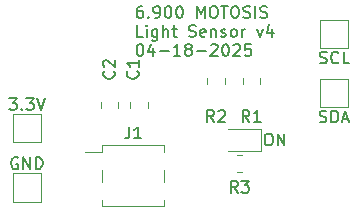
<source format=gbr>
%TF.GenerationSoftware,KiCad,Pcbnew,8.0.8*%
%TF.CreationDate,2025-04-18T18:27:36-04:00*%
%TF.ProjectId,VEML7700-TR,56454d4c-3737-4303-902d-54522e6b6963,rev?*%
%TF.SameCoordinates,Original*%
%TF.FileFunction,Legend,Top*%
%TF.FilePolarity,Positive*%
%FSLAX46Y46*%
G04 Gerber Fmt 4.6, Leading zero omitted, Abs format (unit mm)*
G04 Created by KiCad (PCBNEW 8.0.8) date 2025-04-18 18:27:36*
%MOMM*%
%LPD*%
G01*
G04 APERTURE LIST*
%ADD10C,0.150000*%
%ADD11C,0.120000*%
G04 APERTURE END LIST*
D10*
X138765350Y-113649931D02*
X138574874Y-113649931D01*
X138574874Y-113649931D02*
X138479636Y-113697550D01*
X138479636Y-113697550D02*
X138432017Y-113745169D01*
X138432017Y-113745169D02*
X138336779Y-113888026D01*
X138336779Y-113888026D02*
X138289160Y-114078502D01*
X138289160Y-114078502D02*
X138289160Y-114459454D01*
X138289160Y-114459454D02*
X138336779Y-114554692D01*
X138336779Y-114554692D02*
X138384398Y-114602312D01*
X138384398Y-114602312D02*
X138479636Y-114649931D01*
X138479636Y-114649931D02*
X138670112Y-114649931D01*
X138670112Y-114649931D02*
X138765350Y-114602312D01*
X138765350Y-114602312D02*
X138812969Y-114554692D01*
X138812969Y-114554692D02*
X138860588Y-114459454D01*
X138860588Y-114459454D02*
X138860588Y-114221359D01*
X138860588Y-114221359D02*
X138812969Y-114126121D01*
X138812969Y-114126121D02*
X138765350Y-114078502D01*
X138765350Y-114078502D02*
X138670112Y-114030883D01*
X138670112Y-114030883D02*
X138479636Y-114030883D01*
X138479636Y-114030883D02*
X138384398Y-114078502D01*
X138384398Y-114078502D02*
X138336779Y-114126121D01*
X138336779Y-114126121D02*
X138289160Y-114221359D01*
X139289160Y-114554692D02*
X139336779Y-114602312D01*
X139336779Y-114602312D02*
X139289160Y-114649931D01*
X139289160Y-114649931D02*
X139241541Y-114602312D01*
X139241541Y-114602312D02*
X139289160Y-114554692D01*
X139289160Y-114554692D02*
X139289160Y-114649931D01*
X139812969Y-114649931D02*
X140003445Y-114649931D01*
X140003445Y-114649931D02*
X140098683Y-114602312D01*
X140098683Y-114602312D02*
X140146302Y-114554692D01*
X140146302Y-114554692D02*
X140241540Y-114411835D01*
X140241540Y-114411835D02*
X140289159Y-114221359D01*
X140289159Y-114221359D02*
X140289159Y-113840407D01*
X140289159Y-113840407D02*
X140241540Y-113745169D01*
X140241540Y-113745169D02*
X140193921Y-113697550D01*
X140193921Y-113697550D02*
X140098683Y-113649931D01*
X140098683Y-113649931D02*
X139908207Y-113649931D01*
X139908207Y-113649931D02*
X139812969Y-113697550D01*
X139812969Y-113697550D02*
X139765350Y-113745169D01*
X139765350Y-113745169D02*
X139717731Y-113840407D01*
X139717731Y-113840407D02*
X139717731Y-114078502D01*
X139717731Y-114078502D02*
X139765350Y-114173740D01*
X139765350Y-114173740D02*
X139812969Y-114221359D01*
X139812969Y-114221359D02*
X139908207Y-114268978D01*
X139908207Y-114268978D02*
X140098683Y-114268978D01*
X140098683Y-114268978D02*
X140193921Y-114221359D01*
X140193921Y-114221359D02*
X140241540Y-114173740D01*
X140241540Y-114173740D02*
X140289159Y-114078502D01*
X140908207Y-113649931D02*
X141003445Y-113649931D01*
X141003445Y-113649931D02*
X141098683Y-113697550D01*
X141098683Y-113697550D02*
X141146302Y-113745169D01*
X141146302Y-113745169D02*
X141193921Y-113840407D01*
X141193921Y-113840407D02*
X141241540Y-114030883D01*
X141241540Y-114030883D02*
X141241540Y-114268978D01*
X141241540Y-114268978D02*
X141193921Y-114459454D01*
X141193921Y-114459454D02*
X141146302Y-114554692D01*
X141146302Y-114554692D02*
X141098683Y-114602312D01*
X141098683Y-114602312D02*
X141003445Y-114649931D01*
X141003445Y-114649931D02*
X140908207Y-114649931D01*
X140908207Y-114649931D02*
X140812969Y-114602312D01*
X140812969Y-114602312D02*
X140765350Y-114554692D01*
X140765350Y-114554692D02*
X140717731Y-114459454D01*
X140717731Y-114459454D02*
X140670112Y-114268978D01*
X140670112Y-114268978D02*
X140670112Y-114030883D01*
X140670112Y-114030883D02*
X140717731Y-113840407D01*
X140717731Y-113840407D02*
X140765350Y-113745169D01*
X140765350Y-113745169D02*
X140812969Y-113697550D01*
X140812969Y-113697550D02*
X140908207Y-113649931D01*
X141860588Y-113649931D02*
X141955826Y-113649931D01*
X141955826Y-113649931D02*
X142051064Y-113697550D01*
X142051064Y-113697550D02*
X142098683Y-113745169D01*
X142098683Y-113745169D02*
X142146302Y-113840407D01*
X142146302Y-113840407D02*
X142193921Y-114030883D01*
X142193921Y-114030883D02*
X142193921Y-114268978D01*
X142193921Y-114268978D02*
X142146302Y-114459454D01*
X142146302Y-114459454D02*
X142098683Y-114554692D01*
X142098683Y-114554692D02*
X142051064Y-114602312D01*
X142051064Y-114602312D02*
X141955826Y-114649931D01*
X141955826Y-114649931D02*
X141860588Y-114649931D01*
X141860588Y-114649931D02*
X141765350Y-114602312D01*
X141765350Y-114602312D02*
X141717731Y-114554692D01*
X141717731Y-114554692D02*
X141670112Y-114459454D01*
X141670112Y-114459454D02*
X141622493Y-114268978D01*
X141622493Y-114268978D02*
X141622493Y-114030883D01*
X141622493Y-114030883D02*
X141670112Y-113840407D01*
X141670112Y-113840407D02*
X141717731Y-113745169D01*
X141717731Y-113745169D02*
X141765350Y-113697550D01*
X141765350Y-113697550D02*
X141860588Y-113649931D01*
X143384398Y-114649931D02*
X143384398Y-113649931D01*
X143384398Y-113649931D02*
X143717731Y-114364216D01*
X143717731Y-114364216D02*
X144051064Y-113649931D01*
X144051064Y-113649931D02*
X144051064Y-114649931D01*
X144717731Y-113649931D02*
X144908207Y-113649931D01*
X144908207Y-113649931D02*
X145003445Y-113697550D01*
X145003445Y-113697550D02*
X145098683Y-113792788D01*
X145098683Y-113792788D02*
X145146302Y-113983264D01*
X145146302Y-113983264D02*
X145146302Y-114316597D01*
X145146302Y-114316597D02*
X145098683Y-114507073D01*
X145098683Y-114507073D02*
X145003445Y-114602312D01*
X145003445Y-114602312D02*
X144908207Y-114649931D01*
X144908207Y-114649931D02*
X144717731Y-114649931D01*
X144717731Y-114649931D02*
X144622493Y-114602312D01*
X144622493Y-114602312D02*
X144527255Y-114507073D01*
X144527255Y-114507073D02*
X144479636Y-114316597D01*
X144479636Y-114316597D02*
X144479636Y-113983264D01*
X144479636Y-113983264D02*
X144527255Y-113792788D01*
X144527255Y-113792788D02*
X144622493Y-113697550D01*
X144622493Y-113697550D02*
X144717731Y-113649931D01*
X145432017Y-113649931D02*
X146003445Y-113649931D01*
X145717731Y-114649931D02*
X145717731Y-113649931D01*
X146527255Y-113649931D02*
X146717731Y-113649931D01*
X146717731Y-113649931D02*
X146812969Y-113697550D01*
X146812969Y-113697550D02*
X146908207Y-113792788D01*
X146908207Y-113792788D02*
X146955826Y-113983264D01*
X146955826Y-113983264D02*
X146955826Y-114316597D01*
X146955826Y-114316597D02*
X146908207Y-114507073D01*
X146908207Y-114507073D02*
X146812969Y-114602312D01*
X146812969Y-114602312D02*
X146717731Y-114649931D01*
X146717731Y-114649931D02*
X146527255Y-114649931D01*
X146527255Y-114649931D02*
X146432017Y-114602312D01*
X146432017Y-114602312D02*
X146336779Y-114507073D01*
X146336779Y-114507073D02*
X146289160Y-114316597D01*
X146289160Y-114316597D02*
X146289160Y-113983264D01*
X146289160Y-113983264D02*
X146336779Y-113792788D01*
X146336779Y-113792788D02*
X146432017Y-113697550D01*
X146432017Y-113697550D02*
X146527255Y-113649931D01*
X147336779Y-114602312D02*
X147479636Y-114649931D01*
X147479636Y-114649931D02*
X147717731Y-114649931D01*
X147717731Y-114649931D02*
X147812969Y-114602312D01*
X147812969Y-114602312D02*
X147860588Y-114554692D01*
X147860588Y-114554692D02*
X147908207Y-114459454D01*
X147908207Y-114459454D02*
X147908207Y-114364216D01*
X147908207Y-114364216D02*
X147860588Y-114268978D01*
X147860588Y-114268978D02*
X147812969Y-114221359D01*
X147812969Y-114221359D02*
X147717731Y-114173740D01*
X147717731Y-114173740D02*
X147527255Y-114126121D01*
X147527255Y-114126121D02*
X147432017Y-114078502D01*
X147432017Y-114078502D02*
X147384398Y-114030883D01*
X147384398Y-114030883D02*
X147336779Y-113935645D01*
X147336779Y-113935645D02*
X147336779Y-113840407D01*
X147336779Y-113840407D02*
X147384398Y-113745169D01*
X147384398Y-113745169D02*
X147432017Y-113697550D01*
X147432017Y-113697550D02*
X147527255Y-113649931D01*
X147527255Y-113649931D02*
X147765350Y-113649931D01*
X147765350Y-113649931D02*
X147908207Y-113697550D01*
X148336779Y-114649931D02*
X148336779Y-113649931D01*
X148765350Y-114602312D02*
X148908207Y-114649931D01*
X148908207Y-114649931D02*
X149146302Y-114649931D01*
X149146302Y-114649931D02*
X149241540Y-114602312D01*
X149241540Y-114602312D02*
X149289159Y-114554692D01*
X149289159Y-114554692D02*
X149336778Y-114459454D01*
X149336778Y-114459454D02*
X149336778Y-114364216D01*
X149336778Y-114364216D02*
X149289159Y-114268978D01*
X149289159Y-114268978D02*
X149241540Y-114221359D01*
X149241540Y-114221359D02*
X149146302Y-114173740D01*
X149146302Y-114173740D02*
X148955826Y-114126121D01*
X148955826Y-114126121D02*
X148860588Y-114078502D01*
X148860588Y-114078502D02*
X148812969Y-114030883D01*
X148812969Y-114030883D02*
X148765350Y-113935645D01*
X148765350Y-113935645D02*
X148765350Y-113840407D01*
X148765350Y-113840407D02*
X148812969Y-113745169D01*
X148812969Y-113745169D02*
X148860588Y-113697550D01*
X148860588Y-113697550D02*
X148955826Y-113649931D01*
X148955826Y-113649931D02*
X149193921Y-113649931D01*
X149193921Y-113649931D02*
X149336778Y-113697550D01*
X138812969Y-116259875D02*
X138336779Y-116259875D01*
X138336779Y-116259875D02*
X138336779Y-115259875D01*
X139146303Y-116259875D02*
X139146303Y-115593208D01*
X139146303Y-115259875D02*
X139098684Y-115307494D01*
X139098684Y-115307494D02*
X139146303Y-115355113D01*
X139146303Y-115355113D02*
X139193922Y-115307494D01*
X139193922Y-115307494D02*
X139146303Y-115259875D01*
X139146303Y-115259875D02*
X139146303Y-115355113D01*
X140051064Y-115593208D02*
X140051064Y-116402732D01*
X140051064Y-116402732D02*
X140003445Y-116497970D01*
X140003445Y-116497970D02*
X139955826Y-116545589D01*
X139955826Y-116545589D02*
X139860588Y-116593208D01*
X139860588Y-116593208D02*
X139717731Y-116593208D01*
X139717731Y-116593208D02*
X139622493Y-116545589D01*
X140051064Y-116212256D02*
X139955826Y-116259875D01*
X139955826Y-116259875D02*
X139765350Y-116259875D01*
X139765350Y-116259875D02*
X139670112Y-116212256D01*
X139670112Y-116212256D02*
X139622493Y-116164636D01*
X139622493Y-116164636D02*
X139574874Y-116069398D01*
X139574874Y-116069398D02*
X139574874Y-115783684D01*
X139574874Y-115783684D02*
X139622493Y-115688446D01*
X139622493Y-115688446D02*
X139670112Y-115640827D01*
X139670112Y-115640827D02*
X139765350Y-115593208D01*
X139765350Y-115593208D02*
X139955826Y-115593208D01*
X139955826Y-115593208D02*
X140051064Y-115640827D01*
X140527255Y-116259875D02*
X140527255Y-115259875D01*
X140955826Y-116259875D02*
X140955826Y-115736065D01*
X140955826Y-115736065D02*
X140908207Y-115640827D01*
X140908207Y-115640827D02*
X140812969Y-115593208D01*
X140812969Y-115593208D02*
X140670112Y-115593208D01*
X140670112Y-115593208D02*
X140574874Y-115640827D01*
X140574874Y-115640827D02*
X140527255Y-115688446D01*
X141289160Y-115593208D02*
X141670112Y-115593208D01*
X141432017Y-115259875D02*
X141432017Y-116117017D01*
X141432017Y-116117017D02*
X141479636Y-116212256D01*
X141479636Y-116212256D02*
X141574874Y-116259875D01*
X141574874Y-116259875D02*
X141670112Y-116259875D01*
X142717732Y-116212256D02*
X142860589Y-116259875D01*
X142860589Y-116259875D02*
X143098684Y-116259875D01*
X143098684Y-116259875D02*
X143193922Y-116212256D01*
X143193922Y-116212256D02*
X143241541Y-116164636D01*
X143241541Y-116164636D02*
X143289160Y-116069398D01*
X143289160Y-116069398D02*
X143289160Y-115974160D01*
X143289160Y-115974160D02*
X143241541Y-115878922D01*
X143241541Y-115878922D02*
X143193922Y-115831303D01*
X143193922Y-115831303D02*
X143098684Y-115783684D01*
X143098684Y-115783684D02*
X142908208Y-115736065D01*
X142908208Y-115736065D02*
X142812970Y-115688446D01*
X142812970Y-115688446D02*
X142765351Y-115640827D01*
X142765351Y-115640827D02*
X142717732Y-115545589D01*
X142717732Y-115545589D02*
X142717732Y-115450351D01*
X142717732Y-115450351D02*
X142765351Y-115355113D01*
X142765351Y-115355113D02*
X142812970Y-115307494D01*
X142812970Y-115307494D02*
X142908208Y-115259875D01*
X142908208Y-115259875D02*
X143146303Y-115259875D01*
X143146303Y-115259875D02*
X143289160Y-115307494D01*
X144098684Y-116212256D02*
X144003446Y-116259875D01*
X144003446Y-116259875D02*
X143812970Y-116259875D01*
X143812970Y-116259875D02*
X143717732Y-116212256D01*
X143717732Y-116212256D02*
X143670113Y-116117017D01*
X143670113Y-116117017D02*
X143670113Y-115736065D01*
X143670113Y-115736065D02*
X143717732Y-115640827D01*
X143717732Y-115640827D02*
X143812970Y-115593208D01*
X143812970Y-115593208D02*
X144003446Y-115593208D01*
X144003446Y-115593208D02*
X144098684Y-115640827D01*
X144098684Y-115640827D02*
X144146303Y-115736065D01*
X144146303Y-115736065D02*
X144146303Y-115831303D01*
X144146303Y-115831303D02*
X143670113Y-115926541D01*
X144574875Y-115593208D02*
X144574875Y-116259875D01*
X144574875Y-115688446D02*
X144622494Y-115640827D01*
X144622494Y-115640827D02*
X144717732Y-115593208D01*
X144717732Y-115593208D02*
X144860589Y-115593208D01*
X144860589Y-115593208D02*
X144955827Y-115640827D01*
X144955827Y-115640827D02*
X145003446Y-115736065D01*
X145003446Y-115736065D02*
X145003446Y-116259875D01*
X145432018Y-116212256D02*
X145527256Y-116259875D01*
X145527256Y-116259875D02*
X145717732Y-116259875D01*
X145717732Y-116259875D02*
X145812970Y-116212256D01*
X145812970Y-116212256D02*
X145860589Y-116117017D01*
X145860589Y-116117017D02*
X145860589Y-116069398D01*
X145860589Y-116069398D02*
X145812970Y-115974160D01*
X145812970Y-115974160D02*
X145717732Y-115926541D01*
X145717732Y-115926541D02*
X145574875Y-115926541D01*
X145574875Y-115926541D02*
X145479637Y-115878922D01*
X145479637Y-115878922D02*
X145432018Y-115783684D01*
X145432018Y-115783684D02*
X145432018Y-115736065D01*
X145432018Y-115736065D02*
X145479637Y-115640827D01*
X145479637Y-115640827D02*
X145574875Y-115593208D01*
X145574875Y-115593208D02*
X145717732Y-115593208D01*
X145717732Y-115593208D02*
X145812970Y-115640827D01*
X146432018Y-116259875D02*
X146336780Y-116212256D01*
X146336780Y-116212256D02*
X146289161Y-116164636D01*
X146289161Y-116164636D02*
X146241542Y-116069398D01*
X146241542Y-116069398D02*
X146241542Y-115783684D01*
X146241542Y-115783684D02*
X146289161Y-115688446D01*
X146289161Y-115688446D02*
X146336780Y-115640827D01*
X146336780Y-115640827D02*
X146432018Y-115593208D01*
X146432018Y-115593208D02*
X146574875Y-115593208D01*
X146574875Y-115593208D02*
X146670113Y-115640827D01*
X146670113Y-115640827D02*
X146717732Y-115688446D01*
X146717732Y-115688446D02*
X146765351Y-115783684D01*
X146765351Y-115783684D02*
X146765351Y-116069398D01*
X146765351Y-116069398D02*
X146717732Y-116164636D01*
X146717732Y-116164636D02*
X146670113Y-116212256D01*
X146670113Y-116212256D02*
X146574875Y-116259875D01*
X146574875Y-116259875D02*
X146432018Y-116259875D01*
X147193923Y-116259875D02*
X147193923Y-115593208D01*
X147193923Y-115783684D02*
X147241542Y-115688446D01*
X147241542Y-115688446D02*
X147289161Y-115640827D01*
X147289161Y-115640827D02*
X147384399Y-115593208D01*
X147384399Y-115593208D02*
X147479637Y-115593208D01*
X148479638Y-115593208D02*
X148717733Y-116259875D01*
X148717733Y-116259875D02*
X148955828Y-115593208D01*
X149765352Y-115593208D02*
X149765352Y-116259875D01*
X149527257Y-115212256D02*
X149289162Y-115926541D01*
X149289162Y-115926541D02*
X149908209Y-115926541D01*
X138527255Y-116869819D02*
X138622493Y-116869819D01*
X138622493Y-116869819D02*
X138717731Y-116917438D01*
X138717731Y-116917438D02*
X138765350Y-116965057D01*
X138765350Y-116965057D02*
X138812969Y-117060295D01*
X138812969Y-117060295D02*
X138860588Y-117250771D01*
X138860588Y-117250771D02*
X138860588Y-117488866D01*
X138860588Y-117488866D02*
X138812969Y-117679342D01*
X138812969Y-117679342D02*
X138765350Y-117774580D01*
X138765350Y-117774580D02*
X138717731Y-117822200D01*
X138717731Y-117822200D02*
X138622493Y-117869819D01*
X138622493Y-117869819D02*
X138527255Y-117869819D01*
X138527255Y-117869819D02*
X138432017Y-117822200D01*
X138432017Y-117822200D02*
X138384398Y-117774580D01*
X138384398Y-117774580D02*
X138336779Y-117679342D01*
X138336779Y-117679342D02*
X138289160Y-117488866D01*
X138289160Y-117488866D02*
X138289160Y-117250771D01*
X138289160Y-117250771D02*
X138336779Y-117060295D01*
X138336779Y-117060295D02*
X138384398Y-116965057D01*
X138384398Y-116965057D02*
X138432017Y-116917438D01*
X138432017Y-116917438D02*
X138527255Y-116869819D01*
X139717731Y-117203152D02*
X139717731Y-117869819D01*
X139479636Y-116822200D02*
X139241541Y-117536485D01*
X139241541Y-117536485D02*
X139860588Y-117536485D01*
X140241541Y-117488866D02*
X141003446Y-117488866D01*
X142003445Y-117869819D02*
X141432017Y-117869819D01*
X141717731Y-117869819D02*
X141717731Y-116869819D01*
X141717731Y-116869819D02*
X141622493Y-117012676D01*
X141622493Y-117012676D02*
X141527255Y-117107914D01*
X141527255Y-117107914D02*
X141432017Y-117155533D01*
X142574874Y-117298390D02*
X142479636Y-117250771D01*
X142479636Y-117250771D02*
X142432017Y-117203152D01*
X142432017Y-117203152D02*
X142384398Y-117107914D01*
X142384398Y-117107914D02*
X142384398Y-117060295D01*
X142384398Y-117060295D02*
X142432017Y-116965057D01*
X142432017Y-116965057D02*
X142479636Y-116917438D01*
X142479636Y-116917438D02*
X142574874Y-116869819D01*
X142574874Y-116869819D02*
X142765350Y-116869819D01*
X142765350Y-116869819D02*
X142860588Y-116917438D01*
X142860588Y-116917438D02*
X142908207Y-116965057D01*
X142908207Y-116965057D02*
X142955826Y-117060295D01*
X142955826Y-117060295D02*
X142955826Y-117107914D01*
X142955826Y-117107914D02*
X142908207Y-117203152D01*
X142908207Y-117203152D02*
X142860588Y-117250771D01*
X142860588Y-117250771D02*
X142765350Y-117298390D01*
X142765350Y-117298390D02*
X142574874Y-117298390D01*
X142574874Y-117298390D02*
X142479636Y-117346009D01*
X142479636Y-117346009D02*
X142432017Y-117393628D01*
X142432017Y-117393628D02*
X142384398Y-117488866D01*
X142384398Y-117488866D02*
X142384398Y-117679342D01*
X142384398Y-117679342D02*
X142432017Y-117774580D01*
X142432017Y-117774580D02*
X142479636Y-117822200D01*
X142479636Y-117822200D02*
X142574874Y-117869819D01*
X142574874Y-117869819D02*
X142765350Y-117869819D01*
X142765350Y-117869819D02*
X142860588Y-117822200D01*
X142860588Y-117822200D02*
X142908207Y-117774580D01*
X142908207Y-117774580D02*
X142955826Y-117679342D01*
X142955826Y-117679342D02*
X142955826Y-117488866D01*
X142955826Y-117488866D02*
X142908207Y-117393628D01*
X142908207Y-117393628D02*
X142860588Y-117346009D01*
X142860588Y-117346009D02*
X142765350Y-117298390D01*
X143384398Y-117488866D02*
X144146303Y-117488866D01*
X144574874Y-116965057D02*
X144622493Y-116917438D01*
X144622493Y-116917438D02*
X144717731Y-116869819D01*
X144717731Y-116869819D02*
X144955826Y-116869819D01*
X144955826Y-116869819D02*
X145051064Y-116917438D01*
X145051064Y-116917438D02*
X145098683Y-116965057D01*
X145098683Y-116965057D02*
X145146302Y-117060295D01*
X145146302Y-117060295D02*
X145146302Y-117155533D01*
X145146302Y-117155533D02*
X145098683Y-117298390D01*
X145098683Y-117298390D02*
X144527255Y-117869819D01*
X144527255Y-117869819D02*
X145146302Y-117869819D01*
X145765350Y-116869819D02*
X145860588Y-116869819D01*
X145860588Y-116869819D02*
X145955826Y-116917438D01*
X145955826Y-116917438D02*
X146003445Y-116965057D01*
X146003445Y-116965057D02*
X146051064Y-117060295D01*
X146051064Y-117060295D02*
X146098683Y-117250771D01*
X146098683Y-117250771D02*
X146098683Y-117488866D01*
X146098683Y-117488866D02*
X146051064Y-117679342D01*
X146051064Y-117679342D02*
X146003445Y-117774580D01*
X146003445Y-117774580D02*
X145955826Y-117822200D01*
X145955826Y-117822200D02*
X145860588Y-117869819D01*
X145860588Y-117869819D02*
X145765350Y-117869819D01*
X145765350Y-117869819D02*
X145670112Y-117822200D01*
X145670112Y-117822200D02*
X145622493Y-117774580D01*
X145622493Y-117774580D02*
X145574874Y-117679342D01*
X145574874Y-117679342D02*
X145527255Y-117488866D01*
X145527255Y-117488866D02*
X145527255Y-117250771D01*
X145527255Y-117250771D02*
X145574874Y-117060295D01*
X145574874Y-117060295D02*
X145622493Y-116965057D01*
X145622493Y-116965057D02*
X145670112Y-116917438D01*
X145670112Y-116917438D02*
X145765350Y-116869819D01*
X146479636Y-116965057D02*
X146527255Y-116917438D01*
X146527255Y-116917438D02*
X146622493Y-116869819D01*
X146622493Y-116869819D02*
X146860588Y-116869819D01*
X146860588Y-116869819D02*
X146955826Y-116917438D01*
X146955826Y-116917438D02*
X147003445Y-116965057D01*
X147003445Y-116965057D02*
X147051064Y-117060295D01*
X147051064Y-117060295D02*
X147051064Y-117155533D01*
X147051064Y-117155533D02*
X147003445Y-117298390D01*
X147003445Y-117298390D02*
X146432017Y-117869819D01*
X146432017Y-117869819D02*
X147051064Y-117869819D01*
X147955826Y-116869819D02*
X147479636Y-116869819D01*
X147479636Y-116869819D02*
X147432017Y-117346009D01*
X147432017Y-117346009D02*
X147479636Y-117298390D01*
X147479636Y-117298390D02*
X147574874Y-117250771D01*
X147574874Y-117250771D02*
X147812969Y-117250771D01*
X147812969Y-117250771D02*
X147908207Y-117298390D01*
X147908207Y-117298390D02*
X147955826Y-117346009D01*
X147955826Y-117346009D02*
X148003445Y-117441247D01*
X148003445Y-117441247D02*
X148003445Y-117679342D01*
X148003445Y-117679342D02*
X147955826Y-117774580D01*
X147955826Y-117774580D02*
X147908207Y-117822200D01*
X147908207Y-117822200D02*
X147812969Y-117869819D01*
X147812969Y-117869819D02*
X147574874Y-117869819D01*
X147574874Y-117869819D02*
X147479636Y-117822200D01*
X147479636Y-117822200D02*
X147432017Y-117774580D01*
X146833333Y-129454819D02*
X146500000Y-128978628D01*
X146261905Y-129454819D02*
X146261905Y-128454819D01*
X146261905Y-128454819D02*
X146642857Y-128454819D01*
X146642857Y-128454819D02*
X146738095Y-128502438D01*
X146738095Y-128502438D02*
X146785714Y-128550057D01*
X146785714Y-128550057D02*
X146833333Y-128645295D01*
X146833333Y-128645295D02*
X146833333Y-128788152D01*
X146833333Y-128788152D02*
X146785714Y-128883390D01*
X146785714Y-128883390D02*
X146738095Y-128931009D01*
X146738095Y-128931009D02*
X146642857Y-128978628D01*
X146642857Y-128978628D02*
X146261905Y-128978628D01*
X147166667Y-128454819D02*
X147785714Y-128454819D01*
X147785714Y-128454819D02*
X147452381Y-128835771D01*
X147452381Y-128835771D02*
X147595238Y-128835771D01*
X147595238Y-128835771D02*
X147690476Y-128883390D01*
X147690476Y-128883390D02*
X147738095Y-128931009D01*
X147738095Y-128931009D02*
X147785714Y-129026247D01*
X147785714Y-129026247D02*
X147785714Y-129264342D01*
X147785714Y-129264342D02*
X147738095Y-129359580D01*
X147738095Y-129359580D02*
X147690476Y-129407200D01*
X147690476Y-129407200D02*
X147595238Y-129454819D01*
X147595238Y-129454819D02*
X147309524Y-129454819D01*
X147309524Y-129454819D02*
X147214286Y-129407200D01*
X147214286Y-129407200D02*
X147166667Y-129359580D01*
X149380952Y-124454819D02*
X149571428Y-124454819D01*
X149571428Y-124454819D02*
X149666666Y-124502438D01*
X149666666Y-124502438D02*
X149761904Y-124597676D01*
X149761904Y-124597676D02*
X149809523Y-124788152D01*
X149809523Y-124788152D02*
X149809523Y-125121485D01*
X149809523Y-125121485D02*
X149761904Y-125311961D01*
X149761904Y-125311961D02*
X149666666Y-125407200D01*
X149666666Y-125407200D02*
X149571428Y-125454819D01*
X149571428Y-125454819D02*
X149380952Y-125454819D01*
X149380952Y-125454819D02*
X149285714Y-125407200D01*
X149285714Y-125407200D02*
X149190476Y-125311961D01*
X149190476Y-125311961D02*
X149142857Y-125121485D01*
X149142857Y-125121485D02*
X149142857Y-124788152D01*
X149142857Y-124788152D02*
X149190476Y-124597676D01*
X149190476Y-124597676D02*
X149285714Y-124502438D01*
X149285714Y-124502438D02*
X149380952Y-124454819D01*
X150238095Y-125454819D02*
X150238095Y-124454819D01*
X150238095Y-124454819D02*
X150809523Y-125454819D01*
X150809523Y-125454819D02*
X150809523Y-124454819D01*
X138359580Y-119166666D02*
X138407200Y-119214285D01*
X138407200Y-119214285D02*
X138454819Y-119357142D01*
X138454819Y-119357142D02*
X138454819Y-119452380D01*
X138454819Y-119452380D02*
X138407200Y-119595237D01*
X138407200Y-119595237D02*
X138311961Y-119690475D01*
X138311961Y-119690475D02*
X138216723Y-119738094D01*
X138216723Y-119738094D02*
X138026247Y-119785713D01*
X138026247Y-119785713D02*
X137883390Y-119785713D01*
X137883390Y-119785713D02*
X137692914Y-119738094D01*
X137692914Y-119738094D02*
X137597676Y-119690475D01*
X137597676Y-119690475D02*
X137502438Y-119595237D01*
X137502438Y-119595237D02*
X137454819Y-119452380D01*
X137454819Y-119452380D02*
X137454819Y-119357142D01*
X137454819Y-119357142D02*
X137502438Y-119214285D01*
X137502438Y-119214285D02*
X137550057Y-119166666D01*
X138454819Y-118214285D02*
X138454819Y-118785713D01*
X138454819Y-118499999D02*
X137454819Y-118499999D01*
X137454819Y-118499999D02*
X137597676Y-118595237D01*
X137597676Y-118595237D02*
X137692914Y-118690475D01*
X137692914Y-118690475D02*
X137740533Y-118785713D01*
X137666666Y-123854819D02*
X137666666Y-124569104D01*
X137666666Y-124569104D02*
X137619047Y-124711961D01*
X137619047Y-124711961D02*
X137523809Y-124807200D01*
X137523809Y-124807200D02*
X137380952Y-124854819D01*
X137380952Y-124854819D02*
X137285714Y-124854819D01*
X138666666Y-124854819D02*
X138095238Y-124854819D01*
X138380952Y-124854819D02*
X138380952Y-123854819D01*
X138380952Y-123854819D02*
X138285714Y-123997676D01*
X138285714Y-123997676D02*
X138190476Y-124092914D01*
X138190476Y-124092914D02*
X138095238Y-124140533D01*
X147833333Y-123454819D02*
X147500000Y-122978628D01*
X147261905Y-123454819D02*
X147261905Y-122454819D01*
X147261905Y-122454819D02*
X147642857Y-122454819D01*
X147642857Y-122454819D02*
X147738095Y-122502438D01*
X147738095Y-122502438D02*
X147785714Y-122550057D01*
X147785714Y-122550057D02*
X147833333Y-122645295D01*
X147833333Y-122645295D02*
X147833333Y-122788152D01*
X147833333Y-122788152D02*
X147785714Y-122883390D01*
X147785714Y-122883390D02*
X147738095Y-122931009D01*
X147738095Y-122931009D02*
X147642857Y-122978628D01*
X147642857Y-122978628D02*
X147261905Y-122978628D01*
X148785714Y-123454819D02*
X148214286Y-123454819D01*
X148500000Y-123454819D02*
X148500000Y-122454819D01*
X148500000Y-122454819D02*
X148404762Y-122597676D01*
X148404762Y-122597676D02*
X148309524Y-122692914D01*
X148309524Y-122692914D02*
X148214286Y-122740533D01*
X144833333Y-123454819D02*
X144500000Y-122978628D01*
X144261905Y-123454819D02*
X144261905Y-122454819D01*
X144261905Y-122454819D02*
X144642857Y-122454819D01*
X144642857Y-122454819D02*
X144738095Y-122502438D01*
X144738095Y-122502438D02*
X144785714Y-122550057D01*
X144785714Y-122550057D02*
X144833333Y-122645295D01*
X144833333Y-122645295D02*
X144833333Y-122788152D01*
X144833333Y-122788152D02*
X144785714Y-122883390D01*
X144785714Y-122883390D02*
X144738095Y-122931009D01*
X144738095Y-122931009D02*
X144642857Y-122978628D01*
X144642857Y-122978628D02*
X144261905Y-122978628D01*
X145214286Y-122550057D02*
X145261905Y-122502438D01*
X145261905Y-122502438D02*
X145357143Y-122454819D01*
X145357143Y-122454819D02*
X145595238Y-122454819D01*
X145595238Y-122454819D02*
X145690476Y-122502438D01*
X145690476Y-122502438D02*
X145738095Y-122550057D01*
X145738095Y-122550057D02*
X145785714Y-122645295D01*
X145785714Y-122645295D02*
X145785714Y-122740533D01*
X145785714Y-122740533D02*
X145738095Y-122883390D01*
X145738095Y-122883390D02*
X145166667Y-123454819D01*
X145166667Y-123454819D02*
X145785714Y-123454819D01*
X153785714Y-123457200D02*
X153928571Y-123504819D01*
X153928571Y-123504819D02*
X154166666Y-123504819D01*
X154166666Y-123504819D02*
X154261904Y-123457200D01*
X154261904Y-123457200D02*
X154309523Y-123409580D01*
X154309523Y-123409580D02*
X154357142Y-123314342D01*
X154357142Y-123314342D02*
X154357142Y-123219104D01*
X154357142Y-123219104D02*
X154309523Y-123123866D01*
X154309523Y-123123866D02*
X154261904Y-123076247D01*
X154261904Y-123076247D02*
X154166666Y-123028628D01*
X154166666Y-123028628D02*
X153976190Y-122981009D01*
X153976190Y-122981009D02*
X153880952Y-122933390D01*
X153880952Y-122933390D02*
X153833333Y-122885771D01*
X153833333Y-122885771D02*
X153785714Y-122790533D01*
X153785714Y-122790533D02*
X153785714Y-122695295D01*
X153785714Y-122695295D02*
X153833333Y-122600057D01*
X153833333Y-122600057D02*
X153880952Y-122552438D01*
X153880952Y-122552438D02*
X153976190Y-122504819D01*
X153976190Y-122504819D02*
X154214285Y-122504819D01*
X154214285Y-122504819D02*
X154357142Y-122552438D01*
X154785714Y-123504819D02*
X154785714Y-122504819D01*
X154785714Y-122504819D02*
X155023809Y-122504819D01*
X155023809Y-122504819D02*
X155166666Y-122552438D01*
X155166666Y-122552438D02*
X155261904Y-122647676D01*
X155261904Y-122647676D02*
X155309523Y-122742914D01*
X155309523Y-122742914D02*
X155357142Y-122933390D01*
X155357142Y-122933390D02*
X155357142Y-123076247D01*
X155357142Y-123076247D02*
X155309523Y-123266723D01*
X155309523Y-123266723D02*
X155261904Y-123361961D01*
X155261904Y-123361961D02*
X155166666Y-123457200D01*
X155166666Y-123457200D02*
X155023809Y-123504819D01*
X155023809Y-123504819D02*
X154785714Y-123504819D01*
X155738095Y-123219104D02*
X156214285Y-123219104D01*
X155642857Y-123504819D02*
X155976190Y-122504819D01*
X155976190Y-122504819D02*
X156309523Y-123504819D01*
X127523810Y-121454819D02*
X128142857Y-121454819D01*
X128142857Y-121454819D02*
X127809524Y-121835771D01*
X127809524Y-121835771D02*
X127952381Y-121835771D01*
X127952381Y-121835771D02*
X128047619Y-121883390D01*
X128047619Y-121883390D02*
X128095238Y-121931009D01*
X128095238Y-121931009D02*
X128142857Y-122026247D01*
X128142857Y-122026247D02*
X128142857Y-122264342D01*
X128142857Y-122264342D02*
X128095238Y-122359580D01*
X128095238Y-122359580D02*
X128047619Y-122407200D01*
X128047619Y-122407200D02*
X127952381Y-122454819D01*
X127952381Y-122454819D02*
X127666667Y-122454819D01*
X127666667Y-122454819D02*
X127571429Y-122407200D01*
X127571429Y-122407200D02*
X127523810Y-122359580D01*
X128571429Y-122359580D02*
X128619048Y-122407200D01*
X128619048Y-122407200D02*
X128571429Y-122454819D01*
X128571429Y-122454819D02*
X128523810Y-122407200D01*
X128523810Y-122407200D02*
X128571429Y-122359580D01*
X128571429Y-122359580D02*
X128571429Y-122454819D01*
X128952381Y-121454819D02*
X129571428Y-121454819D01*
X129571428Y-121454819D02*
X129238095Y-121835771D01*
X129238095Y-121835771D02*
X129380952Y-121835771D01*
X129380952Y-121835771D02*
X129476190Y-121883390D01*
X129476190Y-121883390D02*
X129523809Y-121931009D01*
X129523809Y-121931009D02*
X129571428Y-122026247D01*
X129571428Y-122026247D02*
X129571428Y-122264342D01*
X129571428Y-122264342D02*
X129523809Y-122359580D01*
X129523809Y-122359580D02*
X129476190Y-122407200D01*
X129476190Y-122407200D02*
X129380952Y-122454819D01*
X129380952Y-122454819D02*
X129095238Y-122454819D01*
X129095238Y-122454819D02*
X129000000Y-122407200D01*
X129000000Y-122407200D02*
X128952381Y-122359580D01*
X129857143Y-121454819D02*
X130190476Y-122454819D01*
X130190476Y-122454819D02*
X130523809Y-121454819D01*
X128238095Y-126502438D02*
X128142857Y-126454819D01*
X128142857Y-126454819D02*
X128000000Y-126454819D01*
X128000000Y-126454819D02*
X127857143Y-126502438D01*
X127857143Y-126502438D02*
X127761905Y-126597676D01*
X127761905Y-126597676D02*
X127714286Y-126692914D01*
X127714286Y-126692914D02*
X127666667Y-126883390D01*
X127666667Y-126883390D02*
X127666667Y-127026247D01*
X127666667Y-127026247D02*
X127714286Y-127216723D01*
X127714286Y-127216723D02*
X127761905Y-127311961D01*
X127761905Y-127311961D02*
X127857143Y-127407200D01*
X127857143Y-127407200D02*
X128000000Y-127454819D01*
X128000000Y-127454819D02*
X128095238Y-127454819D01*
X128095238Y-127454819D02*
X128238095Y-127407200D01*
X128238095Y-127407200D02*
X128285714Y-127359580D01*
X128285714Y-127359580D02*
X128285714Y-127026247D01*
X128285714Y-127026247D02*
X128095238Y-127026247D01*
X128714286Y-127454819D02*
X128714286Y-126454819D01*
X128714286Y-126454819D02*
X129285714Y-127454819D01*
X129285714Y-127454819D02*
X129285714Y-126454819D01*
X129761905Y-127454819D02*
X129761905Y-126454819D01*
X129761905Y-126454819D02*
X130000000Y-126454819D01*
X130000000Y-126454819D02*
X130142857Y-126502438D01*
X130142857Y-126502438D02*
X130238095Y-126597676D01*
X130238095Y-126597676D02*
X130285714Y-126692914D01*
X130285714Y-126692914D02*
X130333333Y-126883390D01*
X130333333Y-126883390D02*
X130333333Y-127026247D01*
X130333333Y-127026247D02*
X130285714Y-127216723D01*
X130285714Y-127216723D02*
X130238095Y-127311961D01*
X130238095Y-127311961D02*
X130142857Y-127407200D01*
X130142857Y-127407200D02*
X130000000Y-127454819D01*
X130000000Y-127454819D02*
X129761905Y-127454819D01*
X136359580Y-119166666D02*
X136407200Y-119214285D01*
X136407200Y-119214285D02*
X136454819Y-119357142D01*
X136454819Y-119357142D02*
X136454819Y-119452380D01*
X136454819Y-119452380D02*
X136407200Y-119595237D01*
X136407200Y-119595237D02*
X136311961Y-119690475D01*
X136311961Y-119690475D02*
X136216723Y-119738094D01*
X136216723Y-119738094D02*
X136026247Y-119785713D01*
X136026247Y-119785713D02*
X135883390Y-119785713D01*
X135883390Y-119785713D02*
X135692914Y-119738094D01*
X135692914Y-119738094D02*
X135597676Y-119690475D01*
X135597676Y-119690475D02*
X135502438Y-119595237D01*
X135502438Y-119595237D02*
X135454819Y-119452380D01*
X135454819Y-119452380D02*
X135454819Y-119357142D01*
X135454819Y-119357142D02*
X135502438Y-119214285D01*
X135502438Y-119214285D02*
X135550057Y-119166666D01*
X135550057Y-118785713D02*
X135502438Y-118738094D01*
X135502438Y-118738094D02*
X135454819Y-118642856D01*
X135454819Y-118642856D02*
X135454819Y-118404761D01*
X135454819Y-118404761D02*
X135502438Y-118309523D01*
X135502438Y-118309523D02*
X135550057Y-118261904D01*
X135550057Y-118261904D02*
X135645295Y-118214285D01*
X135645295Y-118214285D02*
X135740533Y-118214285D01*
X135740533Y-118214285D02*
X135883390Y-118261904D01*
X135883390Y-118261904D02*
X136454819Y-118833332D01*
X136454819Y-118833332D02*
X136454819Y-118214285D01*
X153809524Y-118457200D02*
X153952381Y-118504819D01*
X153952381Y-118504819D02*
X154190476Y-118504819D01*
X154190476Y-118504819D02*
X154285714Y-118457200D01*
X154285714Y-118457200D02*
X154333333Y-118409580D01*
X154333333Y-118409580D02*
X154380952Y-118314342D01*
X154380952Y-118314342D02*
X154380952Y-118219104D01*
X154380952Y-118219104D02*
X154333333Y-118123866D01*
X154333333Y-118123866D02*
X154285714Y-118076247D01*
X154285714Y-118076247D02*
X154190476Y-118028628D01*
X154190476Y-118028628D02*
X154000000Y-117981009D01*
X154000000Y-117981009D02*
X153904762Y-117933390D01*
X153904762Y-117933390D02*
X153857143Y-117885771D01*
X153857143Y-117885771D02*
X153809524Y-117790533D01*
X153809524Y-117790533D02*
X153809524Y-117695295D01*
X153809524Y-117695295D02*
X153857143Y-117600057D01*
X153857143Y-117600057D02*
X153904762Y-117552438D01*
X153904762Y-117552438D02*
X154000000Y-117504819D01*
X154000000Y-117504819D02*
X154238095Y-117504819D01*
X154238095Y-117504819D02*
X154380952Y-117552438D01*
X155380952Y-118409580D02*
X155333333Y-118457200D01*
X155333333Y-118457200D02*
X155190476Y-118504819D01*
X155190476Y-118504819D02*
X155095238Y-118504819D01*
X155095238Y-118504819D02*
X154952381Y-118457200D01*
X154952381Y-118457200D02*
X154857143Y-118361961D01*
X154857143Y-118361961D02*
X154809524Y-118266723D01*
X154809524Y-118266723D02*
X154761905Y-118076247D01*
X154761905Y-118076247D02*
X154761905Y-117933390D01*
X154761905Y-117933390D02*
X154809524Y-117742914D01*
X154809524Y-117742914D02*
X154857143Y-117647676D01*
X154857143Y-117647676D02*
X154952381Y-117552438D01*
X154952381Y-117552438D02*
X155095238Y-117504819D01*
X155095238Y-117504819D02*
X155190476Y-117504819D01*
X155190476Y-117504819D02*
X155333333Y-117552438D01*
X155333333Y-117552438D02*
X155380952Y-117600057D01*
X156285714Y-118504819D02*
X155809524Y-118504819D01*
X155809524Y-118504819D02*
X155809524Y-117504819D01*
D11*
%TO.C,R3*%
X146772936Y-126265000D02*
X147227064Y-126265000D01*
X146772936Y-127735000D02*
X147227064Y-127735000D01*
%TO.C,D1*%
X146000000Y-125960000D02*
X148860000Y-125960000D01*
X148860000Y-124040000D02*
X146000000Y-124040000D01*
X148860000Y-125960000D02*
X148860000Y-124040000D01*
%TO.C,C1*%
X137756250Y-122261252D02*
X137756250Y-121738748D01*
X139226250Y-122261252D02*
X139226250Y-121738748D01*
%TO.C,J1*%
X133960000Y-125970000D02*
X135400000Y-125970000D01*
X135400000Y-125400000D02*
X135400000Y-125970000D01*
X135400000Y-125400000D02*
X140600000Y-125400000D01*
X135400000Y-127490000D02*
X135400000Y-128510000D01*
X135400000Y-130030000D02*
X135400000Y-130600000D01*
X135400000Y-130600000D02*
X140600000Y-130600000D01*
X140600000Y-125400000D02*
X140600000Y-125970000D01*
X140600000Y-127490000D02*
X140600000Y-128510000D01*
X140600000Y-130030000D02*
X140600000Y-130600000D01*
%TO.C,R1*%
X147265000Y-119772936D02*
X147265000Y-120227064D01*
X148735000Y-119772936D02*
X148735000Y-120227064D01*
%TO.C,R2*%
X144265000Y-119772936D02*
X144265000Y-120227064D01*
X145735000Y-119772936D02*
X145735000Y-120227064D01*
%TO.C,TP3*%
X153800000Y-119800000D02*
X156200000Y-119800000D01*
X153800000Y-122200000D02*
X153800000Y-119800000D01*
X156200000Y-119800000D02*
X156200000Y-122200000D01*
X156200000Y-122200000D02*
X153800000Y-122200000D01*
%TO.C,TP1*%
X127800000Y-122800000D02*
X130200000Y-122800000D01*
X127800000Y-125200000D02*
X127800000Y-122800000D01*
X130200000Y-122800000D02*
X130200000Y-125200000D01*
X130200000Y-125200000D02*
X127800000Y-125200000D01*
%TO.C,TP2*%
X127800000Y-127800000D02*
X130200000Y-127800000D01*
X127800000Y-130200000D02*
X127800000Y-127800000D01*
X130200000Y-127800000D02*
X130200000Y-130200000D01*
X130200000Y-130200000D02*
X127800000Y-130200000D01*
%TO.C,C2*%
X135265000Y-122261252D02*
X135265000Y-121738748D01*
X136735000Y-122261252D02*
X136735000Y-121738748D01*
%TO.C,TP4*%
X153800000Y-114800000D02*
X156200000Y-114800000D01*
X153800000Y-117200000D02*
X153800000Y-114800000D01*
X156200000Y-114800000D02*
X156200000Y-117200000D01*
X156200000Y-117200000D02*
X153800000Y-117200000D01*
%TD*%
M02*

</source>
